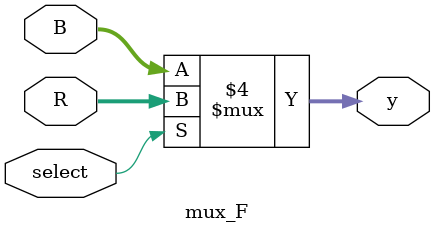
<source format=v>
module  mux_F( B,R,select,y);
input [7:0]B,R;
input select;
output reg [7:0] y;
always @ (select, B , R)
begin
if (select == 0)
begin
y = B;
end
else
begin
y = R ;
end
end
endmodule
 
</source>
